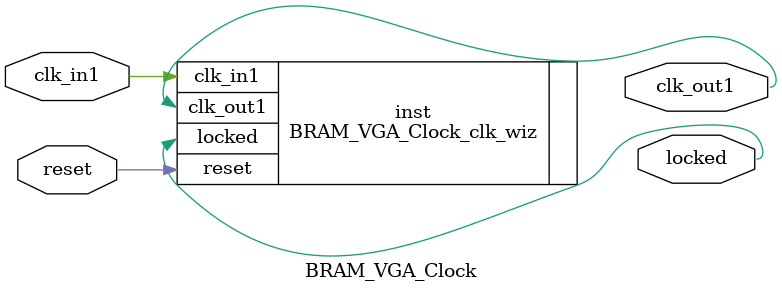
<source format=v>


`timescale 1ps/1ps

(* CORE_GENERATION_INFO = "BRAM_VGA_Clock,clk_wiz_v5_3_3_0,{component_name=BRAM_VGA_Clock,use_phase_alignment=true,use_min_o_jitter=false,use_max_i_jitter=false,use_dyn_phase_shift=false,use_inclk_switchover=false,use_dyn_reconfig=false,enable_axi=0,feedback_source=FDBK_AUTO,PRIMITIVE=MMCM,num_out_clk=1,clkin1_period=10.0,clkin2_period=10.0,use_power_down=false,use_reset=true,use_locked=true,use_inclk_stopped=false,feedback_type=SINGLE,CLOCK_MGR_TYPE=NA,manual_override=false}" *)

module BRAM_VGA_Clock 
 (
  // Clock out ports
  output        clk_out1,
  // Status and control signals
  input         reset,
  output        locked,
 // Clock in ports
  input         clk_in1
 );

  BRAM_VGA_Clock_clk_wiz inst
  (
  // Clock out ports  
  .clk_out1(clk_out1),
  // Status and control signals               
  .reset(reset), 
  .locked(locked),
 // Clock in ports
  .clk_in1(clk_in1)
  );

endmodule

</source>
